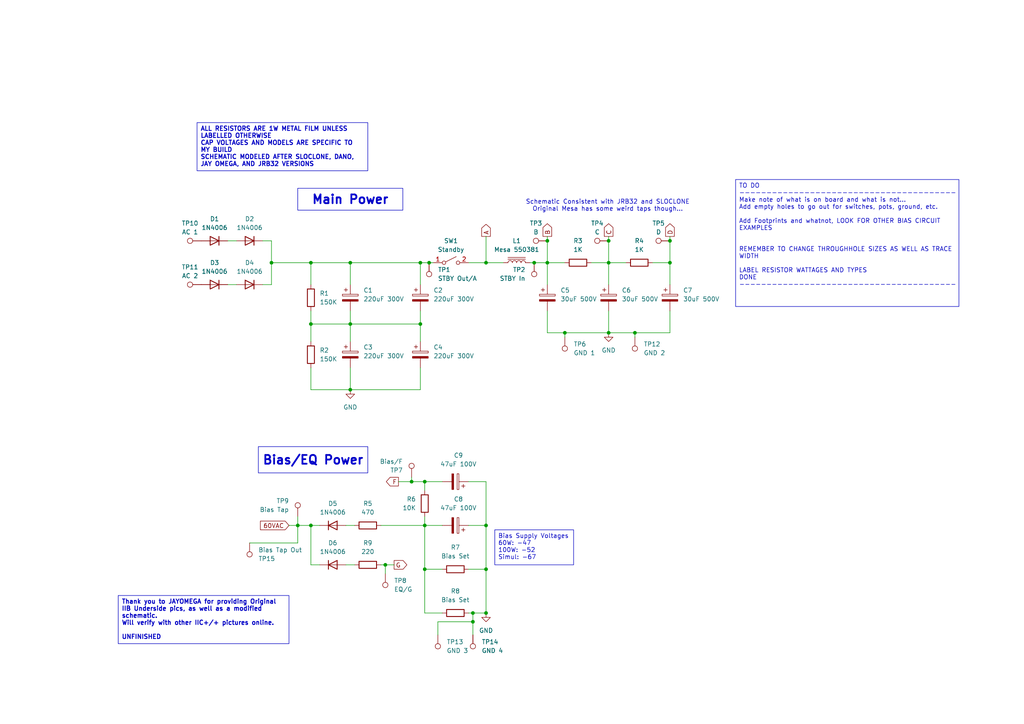
<source format=kicad_sch>
(kicad_sch (version 20250114) (generator "eeschema") (generator_version "9.0")
  (paper "A4")
  (lib_symbols
    (symbol "Connector:TestPoint" (pin_numbers (hide yes)) (pin_names (offset 0.762) (hide yes))
      (property "Reference" "TP" (at 0 6.858 0))
      (property "Value" "TestPoint" (at 0 5.08 0))
      (symbol "TestPoint_0_1"
        (circle (center 0 3.302) (radius 0.762))
      )
      (symbol "TestPoint_1_1"
        (pin passive line (at 0 0 90) (length 2.54) (name "1") (number "1"))
      )
    )
    (symbol "Device:C_Polarized" (pin_numbers (hide yes)) (pin_names (offset 0.254))
      (property "Reference" "C" (at 0.635 2.54 0))
      (property "Value" "C_Polarized" (at 0.635 -2.54 0))
      (symbol "C_Polarized_0_1"
        (rectangle (start -2.286 0.508) (end 2.286 1.016))
        (polyline (pts (xy -1.778 2.286) (xy -0.762 2.286)))
        (polyline (pts (xy -1.27 2.794) (xy -1.27 1.778)))
        (rectangle (start 2.286 -0.508) (end -2.286 -1.016) (fill (type outline)))
      )
      (symbol "C_Polarized_1_1"
        (pin passive line (at 0 3.81 270) (length 2.794) (name "~") (number "1"))
        (pin passive line (at 0 -3.81 90) (length 2.794) (name "~") (number "2"))
      )
    )
    (symbol "Device:L_Iron" (pin_numbers (hide yes)) (pin_names (offset 1.016) (hide yes))
      (property "Reference" "L" (at -1.27 0 90))
      (property "Value" "L_Iron" (at 2.794 0 90))
      (symbol "L_Iron_0_1"
        (arc (start 0 2.54) (mid 0.6323 1.905) (end 0 1.27))
        (arc (start 0 1.27) (mid 0.6323 0.635) (end 0 0))
        (arc (start 0 0) (mid 0.6323 -0.635) (end 0 -1.27))
        (arc (start 0 -1.27) (mid 0.6323 -1.905) (end 0 -2.54))
        (polyline (pts (xy 1.016 2.54) (xy 1.016 -2.54)))
        (polyline (pts (xy 1.524 -2.54) (xy 1.524 2.54)))
      )
      (symbol "L_Iron_1_1"
        (pin passive line (at 0 3.81 270) (length 1.27) (name "1") (number "1"))
        (pin passive line (at 0 -3.81 90) (length 1.27) (name "2") (number "2"))
      )
    )
    (symbol "Device:R" (pin_numbers (hide yes)) (pin_names (offset 0))
      (property "Reference" "R" (at 2.032 0 90))
      (property "Value" "R" (at 0 0 90))
      (symbol "R_0_1"
        (rectangle (start -1.016 -2.54) (end 1.016 2.54) (stroke (width 0.254)))
      )
      (symbol "R_1_1"
        (pin passive line (at 0 3.81 270) (length 1.27) (name "~") (number "1"))
        (pin passive line (at 0 -3.81 90) (length 1.27) (name "~") (number "2"))
      )
    )
    (symbol "Diode:1N4006" (pin_numbers (hide yes)) (pin_names (hide yes))
      (property "Reference" "D" (at 0 2.54 0))
      (property "Value" "1N4006" (at 0 -2.54 0))
      (symbol "1N4006_0_1"
        (polyline (pts (xy -1.27 1.27) (xy -1.27 -1.27)) (stroke (width 0.254)))
        (polyline (pts (xy 1.27 1.27) (xy 1.27 -1.27) (xy -1.27 0) (xy 1.27 1.27)) (stroke (width 0.254)))
        (polyline (pts (xy 1.27 0) (xy -1.27 0)))
      )
      (symbol "1N4006_1_1"
        (pin passive line (at -3.81 0 0) (length 2.54) (name "K") (number "1"))
        (pin passive line (at 3.81 0 180) (length 2.54) (name "A") (number "2"))
      )
    )
    (symbol "Switch:SW_SPST" (pin_names (offset 0) (hide yes))
      (property "Reference" "SW" (at 0 3.175 0))
      (property "Value" "SW_SPST" (at 0 -2.54 0))
      (symbol "SW_SPST_0_0"
        (circle (center -2.032 0) (radius 0.508))
        (polyline (pts (xy -1.524 0.254) (xy 1.524 1.778)))
        (circle (center 2.032 0) (radius 0.508))
      )
      (symbol "SW_SPST_1_1"
        (pin passive line (at -5.08 0 0) (length 2.54) (name "A") (number "1"))
        (pin passive line (at 5.08 0 180) (length 2.54) (name "B") (number "2"))
      )
    )
    (symbol "power:GND" (power) (pin_numbers (hide yes)) (pin_names (offset 0) (hide yes))
      (property "Value" "GND" (at 0 -3.81 0))
      (symbol "GND_0_1"
        (polyline (pts (xy 0 0) (xy 0 -1.27) (xy 1.27 -1.27) (xy 0 -2.54) (xy -1.27 -1.27) (xy 0 -1.27)))
      )
      (symbol "GND_1_1"
        (pin power_in line (at 0 0 270) (length 0) (name "~") (number "1"))
      )
    )
  )
  (text "Schematic Consistent with JRB32 and SLOCLONE\nOriginal Mesa has some weird taps though..." (at 176.276 59.69 0) (effects (font (size 1.27 1.27))))
  (text_box "Thank you to JAYOMEGA for providing Original IIB Underside pics, as well as a modified schematic.\nWill verify with other IIC+/+ pictures online.\n\nUNFINISHED" (at 34.29 172.72 0) (size 49.53 13.97) (margins 0.9525 0.9525 0.9525 0.9525) (effects (font (size 1.27 1.27) (thickness 0.254) (bold yes)) (justify left top)))
  (text_box "ALL RESISTORS ARE 1W METAL FILM UNLESS LABELLED OTHERWISE\nCAP VOLTAGES AND MODELS ARE SPECIFIC TO MY BUILD\nSCHEMATIC MODELED AFTER SLOCLONE, DANO, JAY OMEGA, AND JRB32 VERSIONS" (at 57.15 35.56 0) (size 49.53 13.97) (margins 0.9525 0.9525 0.9525 0.9525) (effects (font (size 1.27 1.27) (thickness 0.254) (bold yes)) (justify left top)))
  (text_box "Main Power" (at 86.36 54.61 0) (size 30.48 6.35) (margins 0.9525 0.9525 0.9525 0.9525) (effects (font (size 2.54 2.54) (thickness 0.508) (bold yes))))
  (text_box "Bias/EQ Power" (at 74.93 129.54 0) (size 31.75 7.62) (margins 0.9525 0.9525 0.9525 0.9525) (effects (font (size 2.54 2.54) (thickness 0.508) (bold yes))))
  (text_box "TO DO\n----------------------------------------\nMake note of what is on board and what is not...\nAdd empty holes to go out for switches, pots, ground, etc.\n\nAdd Footprints and whatnot, LOOK FOR OTHER BIAS CIRCUIT EXAMPLES\n\n\nREMEMBER TO CHANGE THROUGHHOLE SIZES AS WELL AS TRACE WIDTH\n\nLABEL RESISTOR WATTAGES AND TYPES\nDONE\n----------------------------------------\n" (at 213.36 52.07 0) (size 64.77 36.83) (margins 0.9525 0.9525 0.9525 0.9525) (effects (font (size 1.27 1.27)) (justify left top)))
  (text_box "Bias Supply Voltages\n60W: -47\n100W: -52\nSimul: -67" (at 143.51 153.67 0) (size 22.86 10.16) (margins 0.9525 0.9525 0.9525 0.9525) (effects (font (size 1.27 1.27)) (justify left top)))
  (junction (at 184.15 96.52))
  (junction (at 111.76 163.83))
  (junction (at 123.19 165.1))
  (junction (at 158.75 76.2))
  (junction (at 154.94 76.2))
  (junction (at 140.97 152.4))
  (junction (at 124.46 76.2))
  (junction (at 121.92 76.2))
  (junction (at 90.17 152.4))
  (junction (at 140.97 177.8))
  (junction (at 194.31 76.2))
  (junction (at 123.19 139.7))
  (junction (at 119.38 139.7))
  (junction (at 140.97 76.2))
  (junction (at 121.92 93.98))
  (junction (at 86.36 152.4))
  (junction (at 90.17 76.2))
  (junction (at 194.31 69.85))
  (junction (at 158.75 69.85))
  (junction (at 176.53 69.85))
  (junction (at 101.6 113.03))
  (junction (at 101.6 76.2))
  (junction (at 176.53 76.2))
  (junction (at 101.6 93.98))
  (junction (at 90.17 93.98))
  (junction (at 163.83 96.52))
  (junction (at 78.74 76.2))
  (junction (at 137.16 180.34))
  (junction (at 140.97 165.1))
  (junction (at 137.16 177.8))
  (junction (at 123.19 152.4))
  (junction (at 176.53 96.52))
  (wire (pts (xy 135.89 139.7) (xy 140.97 139.7)))
  (wire (pts (xy 90.17 152.4) (xy 92.71 152.4)))
  (wire (pts (xy 102.87 152.4) (xy 100.33 152.4)))
  (wire (pts (xy 171.45 76.2) (xy 176.53 76.2)))
  (wire (pts (xy 140.97 177.8) (xy 140.97 165.1)))
  (wire (pts (xy 194.31 69.85) (xy 194.31 76.2)))
  (wire (pts (xy 121.92 113.03) (xy 121.92 106.68)))
  (wire (pts (xy 123.19 177.8) (xy 123.19 165.1)))
  (wire (pts (xy 176.53 90.17) (xy 176.53 96.52)))
  (wire (pts (xy 163.83 76.2) (xy 158.75 76.2)))
  (wire (pts (xy 90.17 93.98) (xy 90.17 99.06)))
  (wire (pts (xy 76.2 69.85) (xy 78.74 69.85)))
  (wire (pts (xy 153.67 76.2) (xy 154.94 76.2)))
  (wire (pts (xy 121.92 93.98) (xy 121.92 99.06)))
  (wire (pts (xy 154.94 76.2) (xy 158.75 76.2)))
  (wire (pts (xy 140.97 152.4) (xy 135.89 152.4)))
  (wire (pts (xy 158.75 76.2) (xy 158.75 82.55)))
  (wire (pts (xy 90.17 163.83) (xy 92.71 163.83)))
  (wire (pts (xy 101.6 113.03) (xy 90.17 113.03)))
  (wire (pts (xy 158.75 68.58) (xy 158.75 69.85)))
  (wire (pts (xy 90.17 90.17) (xy 90.17 93.98)))
  (wire (pts (xy 135.89 177.8) (xy 137.16 177.8)))
  (wire (pts (xy 127 184.15) (xy 127 180.34)))
  (wire (pts (xy 127 180.34) (xy 137.16 180.34)))
  (wire (pts (xy 100.33 163.83) (xy 102.87 163.83)))
  (wire (pts (xy 86.36 157.48) (xy 86.36 152.4)))
  (wire (pts (xy 101.6 113.03) (xy 121.92 113.03)))
  (wire (pts (xy 137.16 180.34) (xy 137.16 177.8)))
  (wire (pts (xy 72.39 157.48) (xy 86.36 157.48)))
  (wire (pts (xy 78.74 76.2) (xy 90.17 76.2)))
  (wire (pts (xy 123.19 177.8) (xy 128.27 177.8)))
  (wire (pts (xy 194.31 96.52) (xy 194.31 90.17)))
  (wire (pts (xy 90.17 93.98) (xy 101.6 93.98)))
  (wire (pts (xy 128.27 139.7) (xy 123.19 139.7)))
  (wire (pts (xy 119.38 138.43) (xy 119.38 139.7)))
  (wire (pts (xy 176.53 96.52) (xy 184.15 96.52)))
  (wire (pts (xy 115.57 139.7) (xy 119.38 139.7)))
  (wire (pts (xy 78.74 76.2) (xy 78.74 82.55)))
  (wire (pts (xy 123.19 149.86) (xy 123.19 152.4)))
  (wire (pts (xy 90.17 76.2) (xy 101.6 76.2)))
  (wire (pts (xy 137.16 184.15) (xy 137.16 180.34)))
  (wire (pts (xy 86.36 152.4) (xy 90.17 152.4)))
  (wire (pts (xy 123.19 152.4) (xy 123.19 165.1)))
  (wire (pts (xy 111.76 163.83) (xy 110.49 163.83)))
  (wire (pts (xy 176.53 76.2) (xy 181.61 76.2)))
  (wire (pts (xy 158.75 96.52) (xy 163.83 96.52)))
  (wire (pts (xy 101.6 76.2) (xy 101.6 82.55)))
  (wire (pts (xy 90.17 82.55) (xy 90.17 76.2)))
  (wire (pts (xy 101.6 93.98) (xy 101.6 99.06)))
  (wire (pts (xy 90.17 106.68) (xy 90.17 113.03)))
  (wire (pts (xy 123.19 139.7) (xy 123.19 142.24)))
  (wire (pts (xy 114.3 163.83) (xy 111.76 163.83)))
  (wire (pts (xy 119.38 139.7) (xy 123.19 139.7)))
  (wire (pts (xy 163.83 96.52) (xy 176.53 96.52)))
  (wire (pts (xy 158.75 69.85) (xy 158.75 76.2)))
  (wire (pts (xy 184.15 96.52) (xy 194.31 96.52)))
  (wire (pts (xy 123.19 152.4) (xy 128.27 152.4)))
  (wire (pts (xy 140.97 139.7) (xy 140.97 152.4)))
  (wire (pts (xy 110.49 152.4) (xy 123.19 152.4)))
  (wire (pts (xy 194.31 76.2) (xy 194.31 82.55)))
  (wire (pts (xy 90.17 152.4) (xy 90.17 163.83)))
  (wire (pts (xy 101.6 106.68) (xy 101.6 113.03)))
  (wire (pts (xy 176.53 68.58) (xy 176.53 69.85)))
  (wire (pts (xy 76.2 82.55) (xy 78.74 82.55)))
  (wire (pts (xy 140.97 68.58) (xy 140.97 76.2)))
  (wire (pts (xy 176.53 82.55) (xy 176.53 76.2)))
  (wire (pts (xy 158.75 90.17) (xy 158.75 96.52)))
  (wire (pts (xy 140.97 76.2) (xy 135.89 76.2)))
  (wire (pts (xy 121.92 82.55) (xy 121.92 76.2)))
  (wire (pts (xy 121.92 76.2) (xy 101.6 76.2)))
  (wire (pts (xy 137.16 177.8) (xy 140.97 177.8)))
  (wire (pts (xy 124.46 76.2) (xy 125.73 76.2)))
  (wire (pts (xy 121.92 90.17) (xy 121.92 93.98)))
  (wire (pts (xy 101.6 90.17) (xy 101.6 93.98)))
  (wire (pts (xy 146.05 76.2) (xy 140.97 76.2)))
  (wire (pts (xy 86.36 149.86) (xy 86.36 152.4)))
  (wire (pts (xy 135.89 165.1) (xy 140.97 165.1)))
  (wire (pts (xy 111.76 163.83) (xy 111.76 166.37)))
  (wire (pts (xy 163.83 97.79) (xy 163.83 96.52)))
  (wire (pts (xy 184.15 97.79) (xy 184.15 96.52)))
  (wire (pts (xy 128.27 165.1) (xy 123.19 165.1)))
  (wire (pts (xy 68.58 69.85) (xy 66.04 69.85)))
  (wire (pts (xy 121.92 76.2) (xy 124.46 76.2)))
  (wire (pts (xy 83.82 152.4) (xy 86.36 152.4)))
  (wire (pts (xy 78.74 69.85) (xy 78.74 76.2)))
  (wire (pts (xy 194.31 68.58) (xy 194.31 69.85)))
  (wire (pts (xy 140.97 165.1) (xy 140.97 152.4)))
  (wire (pts (xy 68.58 82.55) (xy 66.04 82.55)))
  (wire (pts (xy 189.23 76.2) (xy 194.31 76.2)))
  (wire (pts (xy 176.53 69.85) (xy 176.53 76.2)))
  (wire (pts (xy 101.6 93.98) (xy 121.92 93.98)))
  (global_label "A" (shape output) (at 140.97 68.58 90) (property "Intersheetrefs" "${INTERSHEET_REFS}" (effects (hide yes))))
  (global_label "D" (shape output) (at 194.31 68.58 90) (property "Intersheetrefs" "${INTERSHEET_REFS}" (effects (hide yes))))
  (global_label "G" (shape output) (at 114.3 163.83 0) (property "Intersheetrefs" "${INTERSHEET_REFS}" (effects (hide yes))))
  (global_label "B" (shape output) (at 158.75 68.58 90) (property "Intersheetrefs" "${INTERSHEET_REFS}" (effects (hide yes))))
  (global_label "60VAC" (shape input) (at 83.82 152.4 180) (property "Intersheetrefs" "${INTERSHEET_REFS}" (effects (hide yes))))
  (global_label "F" (shape output) (at 115.57 139.7 180) (property "Intersheetrefs" "${INTERSHEET_REFS}" (effects (hide yes))))
  (global_label "C" (shape output) (at 176.53 68.58 90) (property "Intersheetrefs" "${INTERSHEET_REFS}" (effects (hide yes))))
  (symbol (lib_id "Connector:TestPoint") (at 127 184.15 180) (unit 1)
    (property "Reference" "TP13" (at 129.54 186.1819 0) (effects (justify right)))
    (property "Value" "GND 3" (at 129.54 188.7219 0) (effects (justify right)))
    (property "Footprint" "HiroFootprints:WirePad" (effects (hide yes)))
    (property "Description" "test point" (effects (hide yes)))
  )
  (symbol (lib_id "Device:R") (at 106.68 163.83 90) (unit 1)
    (property "Reference" "R9" (at 106.68 157.48 90))
    (property "Value" "220" (at 106.68 160.02 90))
    (property "Footprint" "Resistor_THT:R_Axial_DIN0516_L15.5mm_D5.0mm_P20.32mm_Horizontal" (effects (hide yes)))
    (property "Description" "Resistor" (effects (hide yes)))
  )
  (symbol (lib_id "Device:R") (at 90.17 86.36 0) (unit 1)
    (property "Reference" "R1" (at 92.71 85.0899 0) (effects (justify left)))
    (property "Value" "150K" (at 92.71 87.6299 0) (effects (justify left)))
    (property "Footprint" "Resistor_THT:R_Axial_DIN0516_L15.5mm_D5.0mm_P20.32mm_Horizontal" (effects (hide yes)))
    (property "Description" "Resistor" (effects (hide yes)))
  )
  (symbol (lib_id "Switch:SW_SPST") (at 130.81 76.2 0) (unit 1)
    (property "Reference" "SW1" (at 130.81 69.85 0))
    (property "Value" "Standby" (at 130.81 72.39 0))
    (property "Description" "Single Pole Single Throw (SPST) switch" (effects (hide yes)))
  )
  (symbol (lib_id "Diode:1N4006") (at 62.23 69.85 0) (mirror y) (unit 1)
    (property "Reference" "D1" (at 62.23 63.5 0))
    (property "Value" "1N4006" (at 62.23 66.04 0))
    (property "Footprint" "Diode_THT:D_DO-41_SOD81_P10.16mm_Horizontal" (effects (hide yes)))
    (property "Datasheet" "http://www.vishay.com/docs/88503/1n4001.pdf" (effects (hide yes)))
    (property "Description" "800V 1A General Purpose Rectifier Diode, DO-41" (effects (hide yes)))
    (property "Sim.Device" "D" (effects (hide yes)))
    (property "Sim.Pins" "1=K 2=A" (effects (hide yes)))
  )
  (symbol (lib_id "Device:C_Polarized") (at 158.75 86.36 0) (unit 1)
    (property "Reference" "C5" (at 162.56 84.2009 0) (effects (justify left)))
    (property "Value" "30uF 500V" (at 162.56 86.7409 0) (effects (justify left)))
    (property "Footprint" "Capacitor_THT:CP_Axial_L42.0mm_D26.0mm_P45.00mm_Horizontal" (effects (hide yes)))
    (property "Description" "Polarized capacitor" (effects (hide yes)))
  )
  (symbol (lib_id "Device:C_Polarized") (at 101.6 102.87 0) (unit 1)
    (property "Reference" "C3" (at 105.41 100.7109 0) (effects (justify left)))
    (property "Value" "220uF 300V" (at 105.41 103.2509 0) (effects (justify left)))
    (property "Footprint" "Capacitor_THT:CP_Axial_L55.0mm_D26.0mm_P60.00mm_Horizontal" (effects (hide yes)))
    (property "Description" "Polarized capacitor" (effects (hide yes)))
  )
  (symbol (lib_id "Connector:TestPoint") (at 124.46 76.2 180) (unit 1)
    (property "Reference" "TP1" (at 127 78.2319 0) (effects (justify right)))
    (property "Value" "STBY Out/A" (at 127 80.7719 0) (effects (justify right)))
    (property "Footprint" "HiroFootprints:Out_Hole_3.4_1.8" (effects (hide yes)))
    (property "Description" "test point" (effects (hide yes)))
  )
  (symbol (lib_id "Connector:TestPoint") (at 119.38 138.43 0) (unit 1)
    (property "Reference" "TP7" (at 116.84 136.3981 0) (effects (justify right)))
    (property "Value" "Bias/F" (at 116.84 133.8581 0) (effects (justify right)))
    (property "Footprint" "HiroFootprints:WirePad" (effects (hide yes)))
    (property "Description" "test point" (effects (hide yes)))
  )
  (symbol (lib_id "Connector:TestPoint") (at 176.53 69.85 90) (unit 1)
    (property "Reference" "TP4" (at 173.228 64.77 90))
    (property "Value" "C" (at 173.228 67.31 90))
    (property "Footprint" "HiroFootprints:WirePad" (effects (hide yes)))
    (property "Description" "test point" (effects (hide yes)))
  )
  (symbol (lib_id "Device:C_Polarized") (at 101.6 86.36 0) (unit 1)
    (property "Reference" "C1" (at 105.41 84.2009 0) (effects (justify left)))
    (property "Value" "220uF 300V" (at 105.41 86.7409 0) (effects (justify left)))
    (property "Footprint" "Capacitor_THT:CP_Axial_L55.0mm_D26.0mm_P60.00mm_Horizontal" (effects (hide yes)))
    (property "Description" "Polarized capacitor" (effects (hide yes)))
  )
  (symbol (lib_id "power:GND") (at 140.97 177.8 0) (unit 1)
    (property "Reference" "#PWR02" (effects (hide yes)))
    (property "Value" "GND" (at 140.97 182.88 0))
    (property "Description" "Power symbol creates a global label with name \"GND\" , ground" (effects (hide yes)))
  )
  (symbol (lib_id "Device:C_Polarized") (at 132.08 152.4 270) (mirror x) (unit 1)
    (property "Reference" "C8" (at 132.969 144.78 90))
    (property "Value" "47uF 100V" (at 132.969 147.32 90))
    (property "Footprint" "Capacitor_THT:CP_Axial_L18.0mm_D8.0mm_P25.00mm_Horizontal" (effects (hide yes)))
    (property "Description" "Polarized capacitor" (effects (hide yes)))
  )
  (symbol (lib_id "Connector:TestPoint") (at 58.42 69.85 90) (unit 1)
    (property "Reference" "TP10" (at 55.118 64.77 90))
    (property "Value" "AC 1" (at 55.118 67.31 90))
    (property "Footprint" "HiroFootprints:Out_Hole_3.4_1.8" (effects (hide yes)))
    (property "Description" "test point" (effects (hide yes)))
  )
  (symbol (lib_id "Connector:TestPoint") (at 154.94 76.2 0) (mirror x) (unit 1)
    (property "Reference" "TP2" (at 152.4 78.2319 0) (effects (justify right)))
    (property "Value" "STBY In" (at 152.4 80.7719 0) (effects (justify right)))
    (property "Footprint" "HiroFootprints:Out_Hole_3.4_1.8" (effects (hide yes)))
    (property "Description" "test point" (effects (hide yes)))
  )
  (symbol (lib_id "Device:C_Polarized") (at 194.31 86.36 0) (unit 1)
    (property "Reference" "C7" (at 198.12 84.2009 0) (effects (justify left)))
    (property "Value" "30uF 500V" (at 198.12 86.7409 0) (effects (justify left)))
    (property "Footprint" "Capacitor_THT:CP_Axial_L42.0mm_D26.0mm_P45.00mm_Horizontal" (effects (hide yes)))
    (property "Description" "Polarized capacitor" (effects (hide yes)))
  )
  (symbol (lib_id "Diode:1N4006") (at 96.52 152.4 0) (unit 1)
    (property "Reference" "D5" (at 96.52 146.05 0))
    (property "Value" "1N4006" (at 96.52 148.59 0))
    (property "Footprint" "Diode_THT:D_DO-41_SOD81_P10.16mm_Horizontal" (effects (hide yes)))
    (property "Datasheet" "http://www.vishay.com/docs/88503/1n4001.pdf" (effects (hide yes)))
    (property "Description" "800V 1A General Purpose Rectifier Diode, DO-41" (effects (hide yes)))
    (property "Sim.Device" "D" (effects (hide yes)))
    (property "Sim.Pins" "1=K 2=A" (effects (hide yes)))
  )
  (symbol (lib_id "Connector:TestPoint") (at 86.36 149.86 0) (mirror y) (unit 1)
    (property "Reference" "TP9" (at 83.82 145.2879 0) (effects (justify left)))
    (property "Value" "Bias Tap" (at 83.82 147.8279 0) (effects (justify left)))
    (property "Footprint" "HiroFootprints:Out_Hole_3.4_1.8" (effects (hide yes)))
    (property "Description" "test point" (effects (hide yes)))
  )
  (symbol (lib_id "Device:R") (at 185.42 76.2 90) (unit 1)
    (property "Reference" "R4" (at 185.42 69.85 90))
    (property "Value" "1K" (at 185.42 72.39 90))
    (property "Footprint" "Resistor_THT:R_Axial_DIN0516_L15.5mm_D5.0mm_P20.32mm_Horizontal" (effects (hide yes)))
    (property "Description" "Resistor" (effects (hide yes)))
  )
  (symbol (lib_id "Device:C_Polarized") (at 176.53 86.36 0) (unit 1)
    (property "Reference" "C6" (at 180.34 84.2009 0) (effects (justify left)))
    (property "Value" "30uF 500V" (at 180.34 86.7409 0) (effects (justify left)))
    (property "Footprint" "Capacitor_THT:CP_Axial_L42.0mm_D26.0mm_P45.00mm_Horizontal" (effects (hide yes)))
    (property "Description" "Polarized capacitor" (effects (hide yes)))
  )
  (symbol (lib_id "Diode:1N4006") (at 72.39 69.85 0) (mirror y) (unit 1)
    (property "Reference" "D2" (at 72.39 63.5 0))
    (property "Value" "1N4006" (at 72.39 66.04 0))
    (property "Footprint" "Diode_THT:D_DO-41_SOD81_P10.16mm_Horizontal" (effects (hide yes)))
    (property "Datasheet" "http://www.vishay.com/docs/88503/1n4001.pdf" (effects (hide yes)))
    (property "Description" "800V 1A General Purpose Rectifier Diode, DO-41" (effects (hide yes)))
    (property "Sim.Device" "D" (effects (hide yes)))
    (property "Sim.Pins" "1=K 2=A" (effects (hide yes)))
  )
  (symbol (lib_id "Device:C_Polarized") (at 132.08 139.7 270) (mirror x) (unit 1)
    (property "Reference" "C9" (at 132.969 132.08 90))
    (property "Value" "47uF 100V" (at 132.969 134.62 90))
    (property "Footprint" "Capacitor_THT:CP_Axial_L18.0mm_D8.0mm_P25.00mm_Horizontal" (effects (hide yes)))
    (property "Description" "Polarized capacitor" (effects (hide yes)))
  )
  (symbol (lib_id "Connector:TestPoint") (at 184.15 97.79 180) (unit 1)
    (property "Reference" "TP12" (at 186.69 99.8219 0) (effects (justify right)))
    (property "Value" "GND 2" (at 186.69 102.3619 0) (effects (justify right)))
    (property "Footprint" "HiroFootprints:WirePad" (effects (hide yes)))
    (property "Description" "test point" (effects (hide yes)))
  )
  (symbol (lib_id "Connector:TestPoint") (at 137.16 184.15 180) (unit 1)
    (property "Reference" "TP14" (at 139.7 186.1819 0) (effects (justify right)))
    (property "Value" "GND 4" (at 139.7 188.7219 0) (effects (justify right)))
    (property "Footprint" "HiroFootprints:WirePad" (effects (hide yes)))
    (property "Description" "test point" (effects (hide yes)))
  )
  (symbol (lib_id "Connector:TestPoint") (at 111.76 166.37 180) (unit 1)
    (property "Reference" "TP8" (at 114.3 168.4019 0) (effects (justify right)))
    (property "Value" "EQ/G" (at 114.3 170.9419 0) (effects (justify right)))
    (property "Footprint" "HiroFootprints:WirePad" (effects (hide yes)))
    (property "Description" "test point" (effects (hide yes)))
  )
  (symbol (lib_id "Diode:1N4006") (at 96.52 163.83 0) (unit 1)
    (property "Reference" "D6" (at 96.52 157.48 0))
    (property "Value" "1N4006" (at 96.52 160.02 0))
    (property "Footprint" "Diode_THT:D_DO-41_SOD81_P10.16mm_Horizontal" (effects (hide yes)))
    (property "Datasheet" "http://www.vishay.com/docs/88503/1n4001.pdf" (effects (hide yes)))
    (property "Description" "800V 1A General Purpose Rectifier Diode, DO-41" (effects (hide yes)))
    (property "Sim.Device" "D" (effects (hide yes)))
    (property "Sim.Pins" "1=K 2=A" (effects (hide yes)))
  )
  (symbol (lib_id "Connector:TestPoint") (at 72.39 157.48 0) (mirror x) (unit 1)
    (property "Reference" "TP15" (at 74.93 162.0521 0) (effects (justify left)))
    (property "Value" "Bias Tap Out" (at 74.93 159.5121 0) (effects (justify left)))
    (property "Footprint" "HiroFootprints:WirePad" (effects (hide yes)))
    (property "Description" "test point" (effects (hide yes)))
  )
  (symbol (lib_id "Connector:TestPoint") (at 194.31 69.85 90) (unit 1)
    (property "Reference" "TP5" (at 191.008 64.77 90))
    (property "Value" "D" (at 191.008 67.31 90))
    (property "Footprint" "HiroFootprints:WirePad" (effects (hide yes)))
    (property "Description" "test point" (effects (hide yes)))
  )
  (symbol (lib_id "power:GND") (at 176.53 96.52 0) (unit 1)
    (property "Reference" "#PWR03" (effects (hide yes)))
    (property "Value" "GND" (at 176.53 101.6 0))
    (property "Description" "Power symbol creates a global label with name \"GND\" , ground" (effects (hide yes)))
  )
  (symbol (lib_id "Connector:TestPoint") (at 158.75 69.85 90) (unit 1)
    (property "Reference" "TP3" (at 155.448 64.77 90))
    (property "Value" "B" (at 155.448 67.31 90))
    (property "Footprint" "HiroFootprints:WirePad" (effects (hide yes)))
    (property "Description" "test point" (effects (hide yes)))
  )
  (symbol (lib_id "Device:R") (at 167.64 76.2 90) (unit 1)
    (property "Reference" "R3" (at 167.64 69.85 90))
    (property "Value" "1K" (at 167.64 72.39 90))
    (property "Footprint" "Resistor_THT:R_Axial_DIN0516_L15.5mm_D5.0mm_P20.32mm_Horizontal" (effects (hide yes)))
    (property "Description" "Resistor" (effects (hide yes)))
  )
  (symbol (lib_id "Connector:TestPoint") (at 58.42 82.55 90) (unit 1)
    (property "Reference" "TP11" (at 55.118 77.47 90))
    (property "Value" "AC 2" (at 55.118 80.01 90))
    (property "Footprint" "HiroFootprints:Out_Hole_3.4_1.8" (effects (hide yes)))
    (property "Description" "test point" (effects (hide yes)))
  )
  (symbol (lib_id "Diode:1N4006") (at 72.39 82.55 0) (mirror y) (unit 1)
    (property "Reference" "D4" (at 72.39 76.2 0))
    (property "Value" "1N4006" (at 72.39 78.74 0))
    (property "Footprint" "Diode_THT:D_DO-41_SOD81_P10.16mm_Horizontal" (effects (hide yes)))
    (property "Datasheet" "http://www.vishay.com/docs/88503/1n4001.pdf" (effects (hide yes)))
    (property "Description" "800V 1A General Purpose Rectifier Diode, DO-41" (effects (hide yes)))
    (property "Sim.Device" "D" (effects (hide yes)))
    (property "Sim.Pins" "1=K 2=A" (effects (hide yes)))
  )
  (symbol (lib_id "Diode:1N4006") (at 62.23 82.55 0) (mirror y) (unit 1)
    (property "Reference" "D3" (at 62.23 76.2 0))
    (property "Value" "1N4006" (at 62.23 78.74 0))
    (property "Footprint" "Diode_THT:D_DO-41_SOD81_P10.16mm_Horizontal" (effects (hide yes)))
    (property "Datasheet" "http://www.vishay.com/docs/88503/1n4001.pdf" (effects (hide yes)))
    (property "Description" "800V 1A General Purpose Rectifier Diode, DO-41" (effects (hide yes)))
    (property "Sim.Device" "D" (effects (hide yes)))
    (property "Sim.Pins" "1=K 2=A" (effects (hide yes)))
  )
  (symbol (lib_id "Device:R") (at 132.08 177.8 90) (mirror x) (unit 1)
    (property "Reference" "R8" (at 132.08 171.45 90))
    (property "Value" "Bias Set" (at 132.08 173.99 90))
    (property "Footprint" "Resistor_THT:R_Axial_DIN0411_L9.9mm_D3.6mm_P15.24mm_Horizontal" (effects (hide yes)))
    (property "Description" "Resistor" (effects (hide yes)))
  )
  (symbol (lib_id "Device:R") (at 90.17 102.87 0) (unit 1)
    (property "Reference" "R2" (at 92.71 101.5999 0) (effects (justify left)))
    (property "Value" "150K" (at 92.71 104.1399 0) (effects (justify left)))
    (property "Footprint" "Resistor_THT:R_Axial_DIN0516_L15.5mm_D5.0mm_P20.32mm_Horizontal" (effects (hide yes)))
    (property "Description" "Resistor" (effects (hide yes)))
  )
  (symbol (lib_id "Device:R") (at 123.19 146.05 0) (mirror y) (unit 1)
    (property "Reference" "R6" (at 120.65 144.7799 0) (effects (justify left)))
    (property "Value" "10K" (at 120.65 147.3199 0) (effects (justify left)))
    (property "Footprint" "Resistor_THT:R_Axial_DIN0411_L9.9mm_D3.6mm_P15.24mm_Horizontal" (effects (hide yes)))
    (property "Description" "Resistor" (effects (hide yes)))
  )
  (symbol (lib_id "Device:L_Iron") (at 149.86 76.2 90) (unit 1)
    (property "Reference" "L1" (at 149.86 69.85 90))
    (property "Value" "Mesa 550381" (at 149.86 72.39 90))
    (property "Description" "Inductor with iron core" (effects (hide yes)))
  )
  (symbol (lib_id "Device:C_Polarized") (at 121.92 86.36 0) (unit 1)
    (property "Reference" "C2" (at 125.73 84.2009 0) (effects (justify left)))
    (property "Value" "220uF 300V" (at 125.73 86.7409 0) (effects (justify left)))
    (property "Footprint" "Capacitor_THT:CP_Axial_L55.0mm_D26.0mm_P60.00mm_Horizontal" (effects (hide yes)))
    (property "Description" "Polarized capacitor" (effects (hide yes)))
  )
  (symbol (lib_id "Device:C_Polarized") (at 121.92 102.87 0) (unit 1)
    (property "Reference" "C4" (at 125.73 100.7109 0) (effects (justify left)))
    (property "Value" "220uF 300V" (at 125.73 103.2509 0) (effects (justify left)))
    (property "Footprint" "Capacitor_THT:CP_Axial_L55.0mm_D26.0mm_P60.00mm_Horizontal" (effects (hide yes)))
    (property "Description" "Polarized capacitor" (effects (hide yes)))
  )
  (symbol (lib_id "Device:R") (at 106.68 152.4 90) (unit 1)
    (property "Reference" "R5" (at 106.68 146.05 90))
    (property "Value" "470" (at 106.68 148.59 90))
    (property "Footprint" "Resistor_THT:R_Axial_DIN0516_L15.5mm_D5.0mm_P20.32mm_Horizontal" (effects (hide yes)))
    (property "Description" "Resistor" (effects (hide yes)))
  )
  (symbol (lib_id "power:GND") (at 101.6 113.03 0) (unit 1)
    (property "Reference" "#PWR01" (effects (hide yes)))
    (property "Value" "GND" (at 101.6 118.11 0))
    (property "Description" "Power symbol creates a global label with name \"GND\" , ground" (effects (hide yes)))
  )
  (symbol (lib_id "Connector:TestPoint") (at 163.83 97.79 180) (unit 1)
    (property "Reference" "TP6" (at 166.37 99.8219 0) (effects (justify right)))
    (property "Value" "GND 1" (at 166.37 102.3619 0) (effects (justify right)))
    (property "Footprint" "HiroFootprints:WirePad" (effects (hide yes)))
    (property "Description" "test point" (effects (hide yes)))
  )
  (symbol (lib_id "Device:R") (at 132.08 165.1 90) (mirror x) (unit 1)
    (property "Reference" "R7" (at 132.08 158.75 90))
    (property "Value" "Bias Set" (at 132.08 161.29 90))
    (property "Footprint" "Resistor_THT:R_Axial_DIN0411_L9.9mm_D3.6mm_P15.24mm_Horizontal" (effects (hide yes)))
    (property "Description" "Resistor" (effects (hide yes)))
  )
)
</source>
